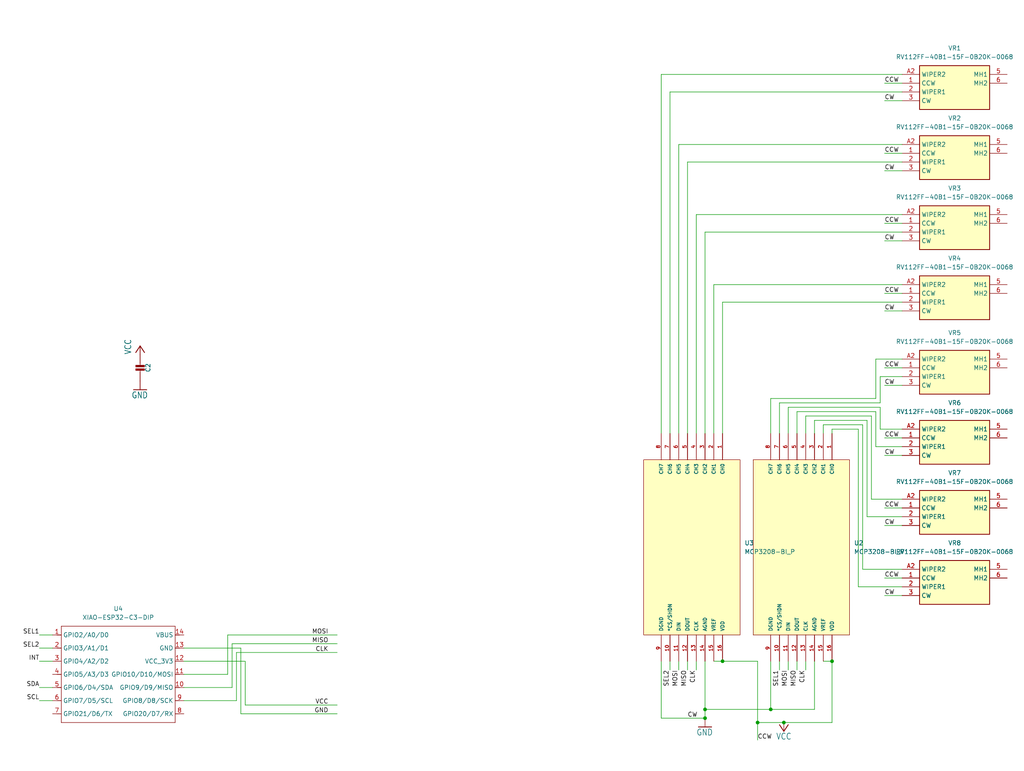
<source format=kicad_sch>
(kicad_sch (version 20231120) (generator "eeschema") (generator_version "8.0")
  (paper "User" 297.002 223.571)
  (lib_symbols
    (symbol "MCP3208-BI_P:MCP3208-BI_P" (pin_names (offset 1.016))
      (property "Reference" "U" (at 28.3479 9.1355 0))
      (property "Value" "MCP3208-BI_P" (at 27.3996 6.5891 0))
      (symbol "MCP3208-BI_P_0_0"
        (rectangle (start 7.62 -22.86) (end 58.42 5.08) (stroke (width 0.1524)) (fill (type background)))
        (pin passive line (at 0 0 0) (length 7.62) (name "CH0") (number "1"))
        (pin passive line (at 66.04 -15.24 180) (length 7.62) (name "*CS/SHDN") (number "10"))
        (pin passive line (at 66.04 -12.7 180) (length 7.62) (name "DIN") (number "11"))
        (pin passive line (at 66.04 -10.16 180) (length 7.62) (name "DOUT") (number "12"))
        (pin passive line (at 66.04 -7.62 180) (length 7.62) (name "CLK") (number "13"))
        (pin passive line (at 66.04 -5.08 180) (length 7.62) (name "AGND") (number "14"))
        (pin passive line (at 66.04 -2.54 180) (length 7.62) (name "VREF") (number "15"))
        (pin passive line (at 66.04 0 180) (length 7.62) (name "VDD") (number "16"))
        (pin passive line (at 0 -2.54 0) (length 7.62) (name "CH1") (number "2"))
        (pin passive line (at 0 -5.08 0) (length 7.62) (name "CH2") (number "3"))
        (pin passive line (at 0 -7.62 0) (length 7.62) (name "CH3") (number "4"))
        (pin passive line (at 0 -10.16 0) (length 7.62) (name "CH4") (number "5"))
        (pin passive line (at 0 -12.7 0) (length 7.62) (name "CH5") (number "6"))
        (pin passive line (at 0 -15.24 0) (length 7.62) (name "CH6") (number "7"))
        (pin passive line (at 0 -17.78 0) (length 7.62) (name "CH7") (number "8"))
        (pin passive line (at 66.04 -17.78 180) (length 7.62) (name "DGND") (number "9"))
      )
    )
    (symbol "RV112FF-40B1-15F-0B20K-0068:RV112FF-40B1-15F-0B20K-0068"
      (property "Reference" "VR" (at 26.67 7.62 0))
      (property "Value" "RV112FF-40B1-15F-0B20K-0068" (at 26.67 5.08 0))
      (symbol "RV112FF-40B1-15F-0B20K-0068_1_1"
        (rectangle (start 5.08 2.54) (end 25.4 -10.16) (stroke (width 0.254)) (fill (type background)))
        (pin passive line (at 0 -2.54 0) (length 5.08) (name "CCW") (number "1"))
        (pin passive line (at 0 -5.08 0) (length 5.08) (name "WIPER1") (number "2"))
        (pin passive line (at 0 -7.62 0) (length 5.08) (name "CW") (number "3"))
        (pin passive line (at 30.48 0 180) (length 5.08) (name "MH1") (number "5"))
        (pin passive line (at 30.48 -2.54 180) (length 5.08) (name "MH2") (number "6"))
        (pin passive line (at 0 0 0) (length 5.08) (name "WIPER2") (number "A2"))
      )
    )
    (symbol "Seeed_Studio_XIAO_Series:XIAO-ESP32-C3-DIP"
      (property "Reference" "U" (at 1.016 2.794 0))
      (property "Value" "XIAO-ESP32-C3-DIP" (at 7.62 1.016 0))
      (symbol "XIAO-ESP32-C3-DIP_1_0"
        (polyline (pts (xy 0 -27.94) (xy 0 -13.97)) (stroke (width 0.1524)))
        (polyline (pts (xy 0 -25.4) (xy -1.27 -25.4)) (stroke (width 0.1524)))
        (polyline (pts (xy 0 -21.59) (xy -1.27 -21.59)) (stroke (width 0.1524)))
        (polyline (pts (xy 0 -17.78) (xy -1.27 -17.78)) (stroke (width 0.1524)))
        (polyline (pts (xy 0 -13.97) (xy -1.27 -13.97)) (stroke (width 0.1524)))
        (polyline (pts (xy 0 -13.97) (xy 0 -10.16)) (stroke (width 0.1524)))
        (polyline (pts (xy 0 -10.16) (xy -1.27 -10.16)) (stroke (width 0.1524)))
        (polyline (pts (xy 0 -10.16) (xy 0 -6.35)) (stroke (width 0.1524)))
        (polyline (pts (xy 0 -6.35) (xy -1.27 -6.35)) (stroke (width 0.1524)))
        (polyline (pts (xy 0 -6.35) (xy 0 -2.54)) (stroke (width 0.1524)))
        (polyline (pts (xy 0 -2.54) (xy -1.27 -2.54)) (stroke (width 0.1524)))
        (polyline (pts (xy 0 -2.54) (xy 0 0)) (stroke (width 0.1524)))
        (polyline (pts (xy 0 0) (xy 33.02 0)) (stroke (width 0.1524)))
        (polyline (pts (xy 33.02 -27.94) (xy 0 -27.94)) (stroke (width 0.1524)))
        (polyline (pts (xy 33.02 -10.16) (xy 33.02 -27.94)) (stroke (width 0.1524)))
        (polyline (pts (xy 33.02 -6.35) (xy 33.02 -10.16)) (stroke (width 0.1524)))
        (polyline (pts (xy 33.02 -2.54) (xy 33.02 -6.35)) (stroke (width 0.1524)))
        (polyline (pts (xy 33.02 0) (xy 33.02 -2.54)) (stroke (width 0.1524)))
        (polyline (pts (xy 34.29 -25.4) (xy 33.02 -25.4)) (stroke (width 0.1524)))
        (polyline (pts (xy 34.29 -21.59) (xy 33.02 -21.59)) (stroke (width 0.1524)))
        (polyline (pts (xy 34.29 -17.78) (xy 33.02 -17.78)) (stroke (width 0.1524)))
        (polyline (pts (xy 34.29 -13.97) (xy 33.02 -13.97)) (stroke (width 0.1524)))
        (polyline (pts (xy 34.29 -10.16) (xy 33.02 -10.16)) (stroke (width 0.1524)))
        (polyline (pts (xy 34.29 -6.35) (xy 33.02 -6.35)) (stroke (width 0.1524)))
        (polyline (pts (xy 34.29 -2.54) (xy 33.02 -2.54)) (stroke (width 0.1524)))
        (pin passive line (at -2.54 -2.54 0) (length 2.54) (name "GPIO2/A0/D0") (number "1"))
        (pin passive line (at 35.56 -17.78 180) (length 2.54) (name "GPIO9/D9/MISO") (number "10"))
        (pin passive line (at 35.56 -13.97 180) (length 2.54) (name "GPIO10/D10/MOSI") (number "11"))
        (pin passive line (at 35.56 -10.16 180) (length 2.54) (name "VCC_3V3") (number "12"))
        (pin passive line (at 35.56 -6.35 180) (length 2.54) (name "GND") (number "13"))
        (pin passive line (at 35.56 -2.54 180) (length 2.54) (name "VBUS") (number "14"))
        (pin passive line (at -2.54 -6.35 0) (length 2.54) (name "GPIO3/A1/D1") (number "2"))
        (pin passive line (at -2.54 -10.16 0) (length 2.54) (name "GPIO4/A2/D2") (number "3"))
        (pin passive line (at -2.54 -13.97 0) (length 2.54) (name "GPIO5/A3/D3") (number "4"))
        (pin passive line (at -2.54 -17.78 0) (length 2.54) (name "GPIO6/D4/SDA") (number "5"))
        (pin passive line (at -2.54 -21.59 0) (length 2.54) (name "GPIO7/D5/SCL") (number "6"))
        (pin passive line (at -2.54 -25.4 0) (length 2.54) (name "GPIO21/D6/TX") (number "7"))
        (pin passive line (at 35.56 -25.4 180) (length 2.54) (name "GPIO20/D7/RX") (number "8"))
        (pin passive line (at 35.56 -21.59 180) (length 2.54) (name "GPIO8/D8/SCK") (number "9"))
      )
    )
    (symbol "aisler-2-layer-simple-drc-eagle-import:CAP_CERAMIC_0805"
      (property "Reference" "C" (at -2.29 1.25 90))
      (symbol "CAP_CERAMIC_0805_1_0"
        (rectangle (start -1.27 0.508) (end 1.27 1.016) (fill (type outline)))
        (rectangle (start -1.27 1.524) (end 1.27 2.032) (fill (type outline)))
        (polyline (pts (xy 0 0.762) (xy 0 0)) (stroke (width 0.1524)))
        (polyline (pts (xy 0 2.54) (xy 0 1.778)) (stroke (width 0.1524)))
        (pin passive line (at 0 5.08 270) (length 2.54) (name "1") (number "1"))
        (pin passive line (at 0 -2.54 90) (length 2.54) (name "2") (number "2"))
      )
    )
    (symbol "aisler-2-layer-simple-drc-eagle-import:GND" (power)
      (symbol "GND_1_0"
        (polyline (pts (xy -1.905 0) (xy 1.905 0)) (stroke (width 0.254)))
        (pin power_in line (at 0 2.54 270) (length 2.54) (name "GND") (number "1"))
      )
    )
    (symbol "aisler-2-layer-simple-drc-eagle-import:VCC" (power)
      (symbol "VCC_1_0"
        (polyline (pts (xy 0 0) (xy -1.27 -1.905)) (stroke (width 0.254)))
        (polyline (pts (xy 1.27 -1.905) (xy 0 0)) (stroke (width 0.254)))
        (pin power_in line (at 0 -2.54 90) (length 2.54) (name "VCC") (number "1"))
      )
    )
  )
  (junction (at 209.55 191.77))
  (junction (at 223.52 205.74))
  (junction (at 241.3 191.77))
  (junction (at 204.47 205.74))
  (junction (at 227.33 209.55))
  (junction (at 204.47 208.28))
  (junction (at 219.71 209.55))
  (wire (pts (xy 261.62 149.86) (xy 251.46 149.86)))
  (wire (pts (xy 256.54 111.76) (xy 261.62 111.76)))
  (wire (pts (xy 204.47 205.74) (xy 204.47 208.28)))
  (wire (pts (xy 256.54 24.13) (xy 261.62 24.13)))
  (wire (pts (xy 53.34 199.39) (xy 67.31 199.39)))
  (wire (pts (xy 219.71 191.77) (xy 219.71 209.55)))
  (wire (pts (xy 233.68 120.65) (xy 233.68 125.73)))
  (wire (pts (xy 223.52 191.77) (xy 223.52 205.74)))
  (wire (pts (xy 201.93 62.23) (xy 201.93 125.73)))
  (wire (pts (xy 209.55 87.63) (xy 209.55 125.73)))
  (wire (pts (xy 11.43 199.39) (xy 15.24 199.39)))
  (wire (pts (xy 66.04 195.58) (xy 66.04 184.15)))
  (wire (pts (xy 207.01 191.77) (xy 209.55 191.77)))
  (wire (pts (xy 261.62 62.23) (xy 201.93 62.23)))
  (wire (pts (xy 209.55 191.77) (xy 219.71 191.77)))
  (wire (pts (xy 226.06 116.84) (xy 226.06 125.73)))
  (wire (pts (xy 53.34 195.58) (xy 66.04 195.58)))
  (wire (pts (xy 231.14 119.38) (xy 231.14 125.73)))
  (wire (pts (xy 248.92 124.46) (xy 241.3 124.46)))
  (wire (pts (xy 251.46 149.86) (xy 251.46 121.92)))
  (wire (pts (xy 204.47 67.31) (xy 261.62 67.31)))
  (wire (pts (xy 248.92 170.18) (xy 248.92 124.46)))
  (wire (pts (xy 196.85 41.91) (xy 196.85 125.73)))
  (wire (pts (xy 256.54 64.77) (xy 261.62 64.77)))
  (wire (pts (xy 255.27 124.46) (xy 255.27 118.11)))
  (wire (pts (xy 53.34 203.2) (xy 68.58 203.2)))
  (wire (pts (xy 219.71 209.55) (xy 219.71 214.63)))
  (wire (pts (xy 199.39 191.77) (xy 199.39 194.31)))
  (wire (pts (xy 256.54 167.64) (xy 261.62 167.64)))
  (wire (pts (xy 71.12 204.47) (xy 97.79 204.47)))
  (wire (pts (xy 11.43 187.96) (xy 15.24 187.96)))
  (wire (pts (xy 261.62 165.1) (xy 250.19 165.1)))
  (wire (pts (xy 251.46 121.92) (xy 236.22 121.92)))
  (wire (pts (xy 261.62 170.18) (xy 248.92 170.18)))
  (wire (pts (xy 256.54 49.53) (xy 261.62 49.53)))
  (wire (pts (xy 250.19 123.19) (xy 238.76 123.19)))
  (wire (pts (xy 241.3 209.55) (xy 227.33 209.55)))
  (wire (pts (xy 238.76 123.19) (xy 238.76 125.73)))
  (wire (pts (xy 201.93 191.77) (xy 201.93 194.31)))
  (wire (pts (xy 194.31 26.67) (xy 194.31 125.73)))
  (wire (pts (xy 204.47 125.73) (xy 204.47 67.31)))
  (wire (pts (xy 226.06 191.77) (xy 226.06 194.31)))
  (wire (pts (xy 67.31 186.69) (xy 97.79 186.69)))
  (wire (pts (xy 256.54 90.17) (xy 261.62 90.17)))
  (wire (pts (xy 11.43 184.15) (xy 15.24 184.15)))
  (wire (pts (xy 256.54 152.4) (xy 261.62 152.4)))
  (wire (pts (xy 223.52 115.57) (xy 223.52 125.73)))
  (wire (pts (xy 67.31 199.39) (xy 67.31 186.69)))
  (wire (pts (xy 256.54 132.08) (xy 261.62 132.08)))
  (wire (pts (xy 256.54 147.32) (xy 261.62 147.32)))
  (wire (pts (xy 194.31 191.77) (xy 194.31 194.31)))
  (wire (pts (xy 255.27 116.84) (xy 226.06 116.84)))
  (wire (pts (xy 261.62 129.54) (xy 254 129.54)))
  (wire (pts (xy 261.62 46.99) (xy 199.39 46.99)))
  (wire (pts (xy 228.6 118.11) (xy 228.6 125.73)))
  (wire (pts (xy 236.22 121.92) (xy 236.22 125.73)))
  (wire (pts (xy 254 119.38) (xy 231.14 119.38)))
  (wire (pts (xy 254 104.14) (xy 254 115.57)))
  (wire (pts (xy 241.3 191.77) (xy 241.3 209.55)))
  (wire (pts (xy 191.77 21.59) (xy 191.77 125.73)))
  (wire (pts (xy 231.14 191.77) (xy 231.14 194.31)))
  (wire (pts (xy 261.62 41.91) (xy 196.85 41.91)))
  (wire (pts (xy 255.27 109.22) (xy 255.27 116.84)))
  (wire (pts (xy 256.54 29.21) (xy 261.62 29.21)))
  (wire (pts (xy 236.22 191.77) (xy 236.22 205.74)))
  (wire (pts (xy 71.12 191.77) (xy 71.12 204.47)))
  (wire (pts (xy 252.73 144.78) (xy 252.73 120.65)))
  (wire (pts (xy 255.27 118.11) (xy 228.6 118.11)))
  (wire (pts (xy 256.54 106.68) (xy 261.62 106.68)))
  (wire (pts (xy 250.19 165.1) (xy 250.19 123.19)))
  (wire (pts (xy 228.6 191.77) (xy 228.6 194.31)))
  (wire (pts (xy 236.22 205.74) (xy 223.52 205.74)))
  (wire (pts (xy 53.34 191.77) (xy 71.12 191.77)))
  (wire (pts (xy 252.73 120.65) (xy 233.68 120.65)))
  (wire (pts (xy 256.54 44.45) (xy 261.62 44.45)))
  (wire (pts (xy 256.54 85.09) (xy 261.62 85.09)))
  (wire (pts (xy 261.62 124.46) (xy 255.27 124.46)))
  (wire (pts (xy 227.33 209.55) (xy 219.71 209.55)))
  (wire (pts (xy 261.62 104.14) (xy 254 104.14)))
  (wire (pts (xy 261.62 26.67) (xy 194.31 26.67)))
  (wire (pts (xy 69.85 207.01) (xy 97.79 207.01)))
  (wire (pts (xy 256.54 69.85) (xy 261.62 69.85)))
  (wire (pts (xy 199.39 46.99) (xy 199.39 125.73)))
  (wire (pts (xy 233.68 191.77) (xy 233.68 194.31)))
  (wire (pts (xy 11.43 191.77) (xy 15.24 191.77)))
  (wire (pts (xy 53.34 187.96) (xy 69.85 187.96)))
  (wire (pts (xy 68.58 203.2) (xy 68.58 189.23)))
  (wire (pts (xy 223.52 205.74) (xy 204.47 205.74)))
  (wire (pts (xy 261.62 109.22) (xy 255.27 109.22)))
  (wire (pts (xy 207.01 82.55) (xy 207.01 125.73)))
  (wire (pts (xy 256.54 127) (xy 261.62 127)))
  (wire (pts (xy 196.85 191.77) (xy 196.85 194.31)))
  (wire (pts (xy 66.04 184.15) (xy 97.79 184.15)))
  (wire (pts (xy 191.77 191.77) (xy 191.77 208.28)))
  (wire (pts (xy 261.62 21.59) (xy 191.77 21.59)))
  (wire (pts (xy 261.62 82.55) (xy 207.01 82.55)))
  (wire (pts (xy 241.3 124.46) (xy 241.3 125.73)))
  (wire (pts (xy 256.54 172.72) (xy 261.62 172.72)))
  (wire (pts (xy 204.47 191.77) (xy 204.47 205.74)))
  (wire (pts (xy 238.76 191.77) (xy 241.3 191.77)))
  (wire (pts (xy 261.62 144.78) (xy 252.73 144.78)))
  (wire (pts (xy 68.58 189.23) (xy 97.79 189.23)))
  (wire (pts (xy 209.55 87.63) (xy 261.62 87.63)))
  (wire (pts (xy 191.77 208.28) (xy 204.47 208.28)))
  (wire (pts (xy 11.43 203.2) (xy 15.24 203.2)))
  (wire (pts (xy 254 115.57) (xy 223.52 115.57)))
  (wire (pts (xy 254 129.54) (xy 254 119.38)))
  (wire (pts (xy 69.85 187.96) (xy 69.85 207.01)))
  (label "CLK" (at 233.68 194.31 270))
  (label "SEL2" (at 194.31 194.31 270))
  (label "CW" (at 256.54 29.21 0))
  (label "CW" (at 256.54 132.08 0))
  (label "SCL" (at 11.43 203.2 180))
  (label "SEL1" (at 226.06 194.31 270))
  (label "CCW" (at 256.54 44.45 0))
  (label "CCW" (at 256.54 127 0))
  (label "VCC" (at 95.25 204.47 180))
  (label "CLK" (at 201.93 194.31 270))
  (label "CW" (at 256.54 49.53 0))
  (label "CCW" (at 256.54 24.13 0))
  (label "CW" (at 256.54 152.4 0))
  (label "INT" (at 11.43 191.77 180))
  (label "CW" (at 256.54 172.72 0))
  (label "CW" (at 199.39 208.28 0))
  (label "SDA" (at 11.43 199.39 180))
  (label "CCW" (at 256.54 167.64 0))
  (label "CCW" (at 256.54 85.09 0))
  (label "MISO" (at 231.14 194.31 270))
  (label "MOSI" (at 95.25 184.15 180))
  (label "CLK" (at 95.25 189.23 180))
  (label "CW" (at 256.54 111.76 0))
  (label "CCW" (at 256.54 64.77 0))
  (label "MISO" (at 95.25 186.69 180))
  (label "MISO" (at 199.39 194.31 270))
  (label "SEL2" (at 11.43 187.96 180))
  (label "CW" (at 256.54 69.85 0))
  (label "MOSI" (at 196.85 194.31 270))
  (label "SEL1" (at 11.43 184.15 180))
  (label "MOSI" (at 228.6 194.31 270))
  (label "GND" (at 95.25 207.01 180))
  (label "CW" (at 256.54 90.17 0))
  (label "CCW" (at 256.54 147.32 0))
  (label "CCW" (at 219.71 214.63 0))
  (label "CCW" (at 256.54 106.68 0))
  (symbol (lib_id "RV112FF-40B1-15F-0B20K-0068:RV112FF-40B1-15F-0B20K-0068") (at 261.62 82.55 0) (unit 1)
    (property "Reference" "VR4" (at 276.86 74.93 0))
    (property "Value" "RV112FF-40B1-15F-0B20K-0068" (at 276.86 77.47 0))
    (property "Footprint" "myfootrpintlib:RV112FF40B115F0B20K0068" (effects (hide yes)))
    (property "Datasheet" "https://www.taiwanalpha.com/downloads?target=products&id=79" (effects (hide yes)))
    (property "Description" "Potentiometers 11mm 20Kohms 5-15VDC Flat Shaft" (effects (hide yes)))
    (property "Height" "25" (effects (hide yes)))
    (property "Mouser Part Number" "317-1240FF-15F-0B20K" (effects (hide yes)))
    (property "Mouser Price/Stock" "https://www.mouser.co.uk/ProductDetail/Alpha-Taiwan/RV112FF-40B1-15F-0B20K-0068?qs=1mbolxNpo8eHjovTv0swOQ%3D%3D" (effects (hide yes)))
    (property "Manufacturer_Name" "Alpha (Taiwan)" (effects (hide yes)))
    (property "Manufacturer_Part_Number" "RV112FF-40B1-15F-0B20K-0068" (effects (hide yes)))
  )
  (symbol (lib_id "RV112FF-40B1-15F-0B20K-0068:RV112FF-40B1-15F-0B20K-0068") (at 261.62 21.59 0) (unit 1)
    (property "Reference" "VR1" (at 276.86 13.97 0))
    (property "Value" "RV112FF-40B1-15F-0B20K-0068" (at 276.86 16.51 0))
    (property "Footprint" "myfootrpintlib:RV112FF40B115F0B20K0068" (effects (hide yes)))
    (property "Datasheet" "https://www.taiwanalpha.com/downloads?target=products&id=79" (effects (hide yes)))
    (property "Description" "Potentiometers 11mm 20Kohms 5-15VDC Flat Shaft" (effects (hide yes)))
    (property "Height" "25" (effects (hide yes)))
    (property "Mouser Part Number" "317-1240FF-15F-0B20K" (effects (hide yes)))
    (property "Mouser Price/Stock" "https://www.mouser.co.uk/ProductDetail/Alpha-Taiwan/RV112FF-40B1-15F-0B20K-0068?qs=1mbolxNpo8eHjovTv0swOQ%3D%3D" (effects (hide yes)))
    (property "Manufacturer_Name" "Alpha (Taiwan)" (effects (hide yes)))
    (property "Manufacturer_Part_Number" "RV112FF-40B1-15F-0B20K-0068" (effects (hide yes)))
  )
  (symbol (lib_id "aisler-2-layer-simple-drc-eagle-import:GND") (at 204.47 210.82 0) (unit 1)
    (property "Reference" "#GND03" (effects (hide yes)))
    (property "Value" "GND" (at 201.93 213.36 0) (effects (font (size 1.778 1.5113)) (justify left bottom)))
  )
  (symbol (lib_id "Seeed_Studio_XIAO_Series:XIAO-ESP32-C3-DIP") (at 17.78 181.61 0) (unit 1)
    (property "Reference" "U4" (at 34.29 176.53 0))
    (property "Value" "XIAO-ESP32-C3-DIP" (at 34.29 179.07 0))
    (property "Footprint" "RF_Module:MCU_Seeed_ESP32C3" (effects (hide yes)))
  )
  (symbol (lib_id "RV112FF-40B1-15F-0B20K-0068:RV112FF-40B1-15F-0B20K-0068") (at 261.62 62.23 0) (unit 1)
    (property "Reference" "VR3" (at 276.86 54.61 0))
    (property "Value" "RV112FF-40B1-15F-0B20K-0068" (at 276.86 57.15 0))
    (property "Footprint" "myfootrpintlib:RV112FF40B115F0B20K0068" (effects (hide yes)))
    (property "Datasheet" "https://www.taiwanalpha.com/downloads?target=products&id=79" (effects (hide yes)))
    (property "Description" "Potentiometers 11mm 20Kohms 5-15VDC Flat Shaft" (effects (hide yes)))
    (property "Height" "25" (effects (hide yes)))
    (property "Mouser Part Number" "317-1240FF-15F-0B20K" (effects (hide yes)))
    (property "Mouser Price/Stock" "https://www.mouser.co.uk/ProductDetail/Alpha-Taiwan/RV112FF-40B1-15F-0B20K-0068?qs=1mbolxNpo8eHjovTv0swOQ%3D%3D" (effects (hide yes)))
    (property "Manufacturer_Name" "Alpha (Taiwan)" (effects (hide yes)))
    (property "Manufacturer_Part_Number" "RV112FF-40B1-15F-0B20K-0068" (effects (hide yes)))
  )
  (symbol (lib_id "RV112FF-40B1-15F-0B20K-0068:RV112FF-40B1-15F-0B20K-0068") (at 261.62 41.91 0) (unit 1)
    (property "Reference" "VR2" (at 276.86 34.29 0))
    (property "Value" "RV112FF-40B1-15F-0B20K-0068" (at 276.86 36.83 0))
    (property "Footprint" "myfootrpintlib:RV112FF40B115F0B20K0068" (effects (hide yes)))
    (property "Datasheet" "https://www.taiwanalpha.com/downloads?target=products&id=79" (effects (hide yes)))
    (property "Description" "Potentiometers 11mm 20Kohms 5-15VDC Flat Shaft" (effects (hide yes)))
    (property "Height" "25" (effects (hide yes)))
    (property "Mouser Part Number" "317-1240FF-15F-0B20K" (effects (hide yes)))
    (property "Mouser Price/Stock" "https://www.mouser.co.uk/ProductDetail/Alpha-Taiwan/RV112FF-40B1-15F-0B20K-0068?qs=1mbolxNpo8eHjovTv0swOQ%3D%3D" (effects (hide yes)))
    (property "Manufacturer_Name" "Alpha (Taiwan)" (effects (hide yes)))
    (property "Manufacturer_Part_Number" "RV112FF-40B1-15F-0B20K-0068" (effects (hide yes)))
  )
  (symbol (lib_id "aisler-2-layer-simple-drc-eagle-import:VCC") (at 40.64 100.33 0) (unit 1)
    (property "Reference" "#P+05" (effects (hide yes)))
    (property "Value" "VCC" (at 38.1 102.87 90) (effects (font (size 1.778 1.5113)) (justify left bottom)))
  )
  (symbol (lib_id "aisler-2-layer-simple-drc-eagle-import:VCC") (at 227.33 212.09 180) (unit 1)
    (property "Reference" "#P+06" (effects (hide yes)))
    (property "Value" "VCC" (at 229.616 212.598 0) (effects (font (size 1.778 1.5113)) (justify left bottom)))
  )
  (symbol (lib_id "RV112FF-40B1-15F-0B20K-0068:RV112FF-40B1-15F-0B20K-0068") (at 261.62 144.78 0) (unit 1)
    (property "Reference" "VR7" (at 276.86 137.16 0))
    (property "Value" "RV112FF-40B1-15F-0B20K-0068" (at 276.86 139.7 0))
    (property "Footprint" "myfootrpintlib:RV112FF40B115F0B20K0068" (effects (hide yes)))
    (property "Datasheet" "https://www.taiwanalpha.com/downloads?target=products&id=79" (effects (hide yes)))
    (property "Description" "Potentiometers 11mm 20Kohms 5-15VDC Flat Shaft" (effects (hide yes)))
    (property "Height" "25" (effects (hide yes)))
    (property "Mouser Part Number" "317-1240FF-15F-0B20K" (effects (hide yes)))
    (property "Mouser Price/Stock" "https://www.mouser.co.uk/ProductDetail/Alpha-Taiwan/RV112FF-40B1-15F-0B20K-0068?qs=1mbolxNpo8eHjovTv0swOQ%3D%3D" (effects (hide yes)))
    (property "Manufacturer_Name" "Alpha (Taiwan)" (effects (hide yes)))
    (property "Manufacturer_Part_Number" "RV112FF-40B1-15F-0B20K-0068" (effects (hide yes)))
  )
  (symbol (lib_id "MCP3208-BI_P:MCP3208-BI_P") (at 209.55 125.73 270) (unit 1)
    (property "Reference" "U3" (at 215.9 157.4799 90) (effects (justify left)))
    (property "Value" "MCP3208-BI_P" (at 215.9 160.0199 90) (effects (justify left)))
    (property "Footprint" "Package_SO:SOIC-16_3.9x9.9mm_P1.27mm" (effects (hide yes)))
    (property "MF" "Microchip" (effects (hide yes)))
    (property "Description_1" "\n                        \n                            Microchip MCP3208-BI/P, 12 bit Serial ADC, Differential Input, 16-Pin PDIP | Microchip Technology Inc. MCP3208-BI/P\n                        \n" (effects (hide yes)))
    (property "Package" "DIP-16 Microchip" (effects (hide yes)))
    (property "Price" "None" (effects (hide yes)))
    (property "SnapEDA_Link" "https://www.snapeda.com/parts/MCP3208-BI/P/Microchip/view-part/?ref=snap" (effects (hide yes)))
    (property "MP" "MCP3208-BI/P" (effects (hide yes)))
    (property "Availability" "In Stock" (effects (hide yes)))
    (property "MANUFACTURER" "Microchip" (effects (hide yes)))
  )
  (symbol (lib_id "aisler-2-layer-simple-drc-eagle-import:CAP_CERAMIC_0805") (at 40.64 105.41 180) (unit 1)
    (property "Reference" "C2" (at 42.93 106.66 90))
    (property "Value" "10uF" (effects (hide yes)))
    (property "Footprint" "librfrompcb:_0805" (effects (hide yes)))
  )
  (symbol (lib_id "MCP3208-BI_P:MCP3208-BI_P") (at 241.3 125.73 270) (unit 1)
    (property "Reference" "U2" (at 247.65 157.4799 90) (effects (justify left)))
    (property "Value" "MCP3208-BI_P" (at 247.65 160.0199 90) (effects (justify left)))
    (property "Footprint" "Package_SO:SOIC-16_3.9x9.9mm_P1.27mm" (effects (hide yes)))
    (property "MF" "Microchip" (effects (hide yes)))
    (property "Description_1" "\n                        \n                            Microchip MCP3208-BI/P, 12 bit Serial ADC, Differential Input, 16-Pin PDIP | Microchip Technology Inc. MCP3208-BI/P\n                        \n" (effects (hide yes)))
    (property "Package" "DIP-16 Microchip" (effects (hide yes)))
    (property "Price" "None" (effects (hide yes)))
    (property "SnapEDA_Link" "https://www.snapeda.com/parts/MCP3208-BI/P/Microchip/view-part/?ref=snap" (effects (hide yes)))
    (property "MP" "MCP3208-BI/P" (effects (hide yes)))
    (property "Availability" "In Stock" (effects (hide yes)))
    (property "MANUFACTURER" "Microchip" (effects (hide yes)))
  )
  (symbol (lib_id "aisler-2-layer-simple-drc-eagle-import:GND") (at 40.64 113.03 0) (unit 1)
    (property "Reference" "#GND04" (effects (hide yes)))
    (property "Value" "GND" (at 38.1 115.57 0) (effects (font (size 1.778 1.5113)) (justify left bottom)))
  )
  (symbol (lib_id "RV112FF-40B1-15F-0B20K-0068:RV112FF-40B1-15F-0B20K-0068") (at 261.62 124.46 0) (unit 1)
    (property "Reference" "VR6" (at 276.86 116.84 0))
    (property "Value" "RV112FF-40B1-15F-0B20K-0068" (at 276.86 119.38 0))
    (property "Footprint" "myfootrpintlib:RV112FF40B115F0B20K0068" (effects (hide yes)))
    (property "Datasheet" "https://www.taiwanalpha.com/downloads?target=products&id=79" (effects (hide yes)))
    (property "Description" "Potentiometers 11mm 20Kohms 5-15VDC Flat Shaft" (effects (hide yes)))
    (property "Height" "25" (effects (hide yes)))
    (property "Mouser Part Number" "317-1240FF-15F-0B20K" (effects (hide yes)))
    (property "Mouser Price/Stock" "https://www.mouser.co.uk/ProductDetail/Alpha-Taiwan/RV112FF-40B1-15F-0B20K-0068?qs=1mbolxNpo8eHjovTv0swOQ%3D%3D" (effects (hide yes)))
    (property "Manufacturer_Name" "Alpha (Taiwan)" (effects (hide yes)))
    (property "Manufacturer_Part_Number" "RV112FF-40B1-15F-0B20K-0068" (effects (hide yes)))
  )
  (symbol (lib_id "RV112FF-40B1-15F-0B20K-0068:RV112FF-40B1-15F-0B20K-0068") (at 261.62 104.14 0) (unit 1)
    (property "Reference" "VR5" (at 276.86 96.52 0))
    (property "Value" "RV112FF-40B1-15F-0B20K-0068" (at 276.86 99.06 0))
    (property "Footprint" "myfootrpintlib:RV112FF40B115F0B20K0068" (effects (hide yes)))
    (property "Datasheet" "https://www.taiwanalpha.com/downloads?target=products&id=79" (effects (hide yes)))
    (property "Description" "Potentiometers 11mm 20Kohms 5-15VDC Flat Shaft" (effects (hide yes)))
    (property "Height" "25" (effects (hide yes)))
    (property "Mouser Part Number" "317-1240FF-15F-0B20K" (effects (hide yes)))
    (property "Mouser Price/Stock" "https://www.mouser.co.uk/ProductDetail/Alpha-Taiwan/RV112FF-40B1-15F-0B20K-0068?qs=1mbolxNpo8eHjovTv0swOQ%3D%3D" (effects (hide yes)))
    (property "Manufacturer_Name" "Alpha (Taiwan)" (effects (hide yes)))
    (property "Manufacturer_Part_Number" "RV112FF-40B1-15F-0B20K-0068" (effects (hide yes)))
  )
  (symbol (lib_id "RV112FF-40B1-15F-0B20K-0068:RV112FF-40B1-15F-0B20K-0068") (at 261.62 165.1 0) (unit 1)
    (property "Reference" "VR8" (at 276.86 157.48 0))
    (property "Value" "RV112FF-40B1-15F-0B20K-0068" (at 276.86 160.02 0))
    (property "Footprint" "myfootrpintlib:RV112FF40B115F0B20K0068" (effects (hide yes)))
    (property "Datasheet" "https://www.taiwanalpha.com/downloads?target=products&id=79" (effects (hide yes)))
    (property "Description" "Potentiometers 11mm 20Kohms 5-15VDC Flat Shaft" (effects (hide yes)))
    (property "Height" "25" (effects (hide yes)))
    (property "Mouser Part Number" "317-1240FF-15F-0B20K" (effects (hide yes)))
    (property "Mouser Price/Stock" "https://www.mouser.co.uk/ProductDetail/Alpha-Taiwan/RV112FF-40B1-15F-0B20K-0068?qs=1mbolxNpo8eHjovTv0swOQ%3D%3D" (effects (hide yes)))
    (property "Manufacturer_Name" "Alpha (Taiwan)" (effects (hide yes)))
    (property "Manufacturer_Part_Number" "RV112FF-40B1-15F-0B20K-0068" (effects (hide yes)))
  )
)
</source>
